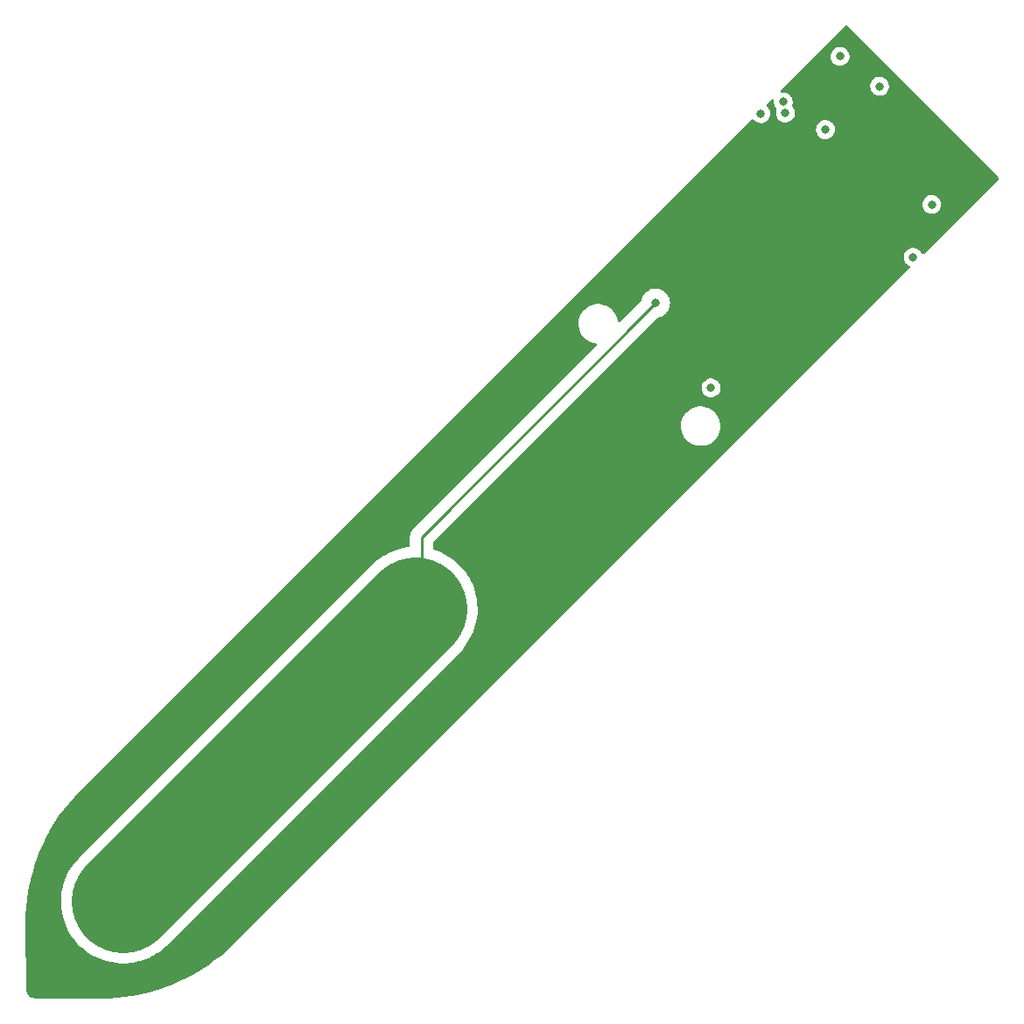
<source format=gbr>
G04 #@! TF.GenerationSoftware,KiCad,Pcbnew,(6.0.9)*
G04 #@! TF.CreationDate,2022-11-30T18:40:26+01:00*
G04 #@! TF.ProjectId,parasite - 45deg,70617261-7369-4746-9520-2d2034356465,1.2.0*
G04 #@! TF.SameCoordinates,Original*
G04 #@! TF.FileFunction,Copper,L3,Inr*
G04 #@! TF.FilePolarity,Positive*
%FSLAX46Y46*%
G04 Gerber Fmt 4.6, Leading zero omitted, Abs format (unit mm)*
G04 Created by KiCad (PCBNEW (6.0.9)) date 2022-11-30 18:40:26*
%MOMM*%
%LPD*%
G01*
G04 APERTURE LIST*
G04 #@! TA.AperFunction,ViaPad*
%ADD10C,0.800000*%
G04 #@! TD*
G04 #@! TA.AperFunction,Conductor*
%ADD11C,0.250000*%
G04 #@! TD*
G04 #@! TA.AperFunction,Conductor*
%ADD12C,10.000000*%
G04 #@! TD*
G04 APERTURE END LIST*
D10*
X97559132Y-61034012D03*
X91884954Y-69253775D03*
X108784806Y-66071794D03*
X110761046Y-46311910D03*
X101890161Y-68510959D03*
X94986174Y-58657223D03*
X102350134Y-63314078D03*
X94491199Y-71738698D03*
X105079770Y-47184061D03*
X93511299Y-64374738D03*
X102350134Y-72506466D03*
X107183766Y-49288058D03*
X117083261Y-59541106D03*
X104620054Y-61026765D03*
X89152543Y-68733494D03*
X101508881Y-49270026D03*
X105592776Y-51957102D03*
X94526555Y-76935933D03*
X114078057Y-64314077D03*
X115875541Y-59187553D03*
X101721082Y-50348718D03*
X110835416Y-47757729D03*
X99344930Y-50409379D03*
X107006989Y-44868640D03*
D11*
X66525126Y-97724872D02*
X64519921Y-99730077D01*
X66525126Y-91360911D02*
X66525126Y-97724872D01*
D12*
X65934135Y-98315864D02*
X37649864Y-126600135D01*
D11*
X89152543Y-68733494D02*
X66525126Y-91360911D01*
G04 #@! TA.AperFunction,Conductor*
G36*
X122370886Y-56634481D02*
G01*
X122365821Y-56705297D01*
X122336861Y-56750359D01*
X115111261Y-63975960D01*
X115048948Y-64009985D01*
X114978132Y-64004920D01*
X114921296Y-63962373D01*
X114904534Y-63932019D01*
X114891995Y-63899354D01*
X114839989Y-63819272D01*
X114791579Y-63744726D01*
X114791575Y-63744722D01*
X114787983Y-63739190D01*
X114652944Y-63604151D01*
X114647412Y-63600559D01*
X114647408Y-63600555D01*
X114572862Y-63552145D01*
X114492780Y-63500139D01*
X114486617Y-63497774D01*
X114486617Y-63497773D01*
X114320652Y-63434065D01*
X114320650Y-63434064D01*
X114314490Y-63431699D01*
X114125867Y-63401825D01*
X113935154Y-63411820D01*
X113750687Y-63461247D01*
X113580527Y-63547948D01*
X113432112Y-63668132D01*
X113311928Y-63816547D01*
X113225228Y-63986707D01*
X113175800Y-64171173D01*
X113165805Y-64361886D01*
X113195680Y-64550509D01*
X113198045Y-64556670D01*
X113198045Y-64556672D01*
X113243268Y-64674481D01*
X113264119Y-64728799D01*
X113316126Y-64808882D01*
X113364536Y-64883428D01*
X113364539Y-64883431D01*
X113368131Y-64888964D01*
X113503170Y-65024003D01*
X113508703Y-65027595D01*
X113508706Y-65027598D01*
X113583252Y-65076008D01*
X113663335Y-65128015D01*
X113696000Y-65140554D01*
X113752427Y-65183639D01*
X113776604Y-65250392D01*
X113760852Y-65319619D01*
X113739940Y-65347280D01*
X48347669Y-130739551D01*
X48332153Y-130752740D01*
X48314591Y-130765373D01*
X48298818Y-130785583D01*
X48285952Y-130799711D01*
X47738971Y-131315696D01*
X47734893Y-131319379D01*
X47139085Y-131834218D01*
X47134848Y-131837720D01*
X46517153Y-132326084D01*
X46512768Y-132329398D01*
X45874356Y-132790365D01*
X45869831Y-132793484D01*
X45214669Y-133224363D01*
X45211922Y-133226169D01*
X45207265Y-133229088D01*
X44531129Y-133632659D01*
X44526349Y-133635373D01*
X43833236Y-134009083D01*
X43828342Y-134011585D01*
X43119606Y-134354705D01*
X43114608Y-134356992D01*
X42392106Y-134668650D01*
X42391568Y-134668882D01*
X42386489Y-134670943D01*
X41652984Y-134950071D01*
X41650532Y-134951004D01*
X41645368Y-134952841D01*
X41099028Y-135133889D01*
X40897875Y-135200547D01*
X40892621Y-135202162D01*
X40135093Y-135417016D01*
X40129774Y-135418401D01*
X39363552Y-135600024D01*
X39358181Y-135601174D01*
X38619321Y-135742596D01*
X38584786Y-135749206D01*
X38579380Y-135750118D01*
X38346374Y-135784260D01*
X37800275Y-135864279D01*
X37794825Y-135864957D01*
X37011407Y-135945037D01*
X37005967Y-135945472D01*
X36264588Y-135988701D01*
X36262952Y-135988795D01*
X36240779Y-135988132D01*
X36232134Y-135987107D01*
X36223213Y-135986050D01*
X36203345Y-135989388D01*
X36182468Y-135991129D01*
X29213950Y-135991129D01*
X29194572Y-135989630D01*
X29170859Y-135985938D01*
X29161958Y-135987102D01*
X29159844Y-135987378D01*
X29131157Y-135987834D01*
X29000237Y-135974940D01*
X28976014Y-135970123D01*
X28829853Y-135925786D01*
X28807042Y-135916337D01*
X28672335Y-135844335D01*
X28651802Y-135830614D01*
X28533738Y-135733721D01*
X28516278Y-135716261D01*
X28419384Y-135598197D01*
X28405664Y-135577664D01*
X28333661Y-135442956D01*
X28324212Y-135420141D01*
X28279876Y-135273987D01*
X28275058Y-135249764D01*
X28275058Y-135249761D01*
X28262829Y-135125601D01*
X28263282Y-135109548D01*
X28262571Y-135109539D01*
X28262681Y-135100557D01*
X28264061Y-135091692D01*
X28262898Y-135082797D01*
X28262898Y-135082791D01*
X28259730Y-135058572D01*
X28258667Y-135042849D01*
X28258634Y-135035812D01*
X28229245Y-129035201D01*
X28224369Y-128039579D01*
X28226656Y-128015057D01*
X28226988Y-128013339D01*
X28228691Y-128004527D01*
X28227852Y-127995590D01*
X28227852Y-127995586D01*
X28226301Y-127979059D01*
X28225964Y-127959922D01*
X28226414Y-127952257D01*
X28269036Y-127223920D01*
X28269874Y-127209604D01*
X28270321Y-127204071D01*
X28350860Y-126421165D01*
X28351549Y-126415658D01*
X28466493Y-125637061D01*
X28467424Y-125631589D01*
X28616548Y-124858799D01*
X28617719Y-124853374D01*
X28659961Y-124676698D01*
X28800733Y-124087912D01*
X28802141Y-124082548D01*
X28838156Y-123956707D01*
X29018693Y-123325882D01*
X29020334Y-123320591D01*
X29068337Y-123177085D01*
X29270006Y-122574181D01*
X29271879Y-122568966D01*
X29554171Y-121834309D01*
X29556275Y-121829173D01*
X29870656Y-121107645D01*
X29872984Y-121102607D01*
X30218835Y-120395633D01*
X30221384Y-120390701D01*
X30466205Y-119941520D01*
X30598065Y-119699594D01*
X30600804Y-119694823D01*
X31004394Y-119026216D01*
X31007532Y-119021016D01*
X31010496Y-119016342D01*
X31445943Y-118361951D01*
X31446505Y-118361106D01*
X31449680Y-118356555D01*
X31914125Y-117721158D01*
X31917498Y-117716750D01*
X32128765Y-117452944D01*
X32409471Y-117102431D01*
X32413022Y-117098192D01*
X32931590Y-116506118D01*
X32935338Y-116502025D01*
X33449616Y-115964574D01*
X33466324Y-115949943D01*
X33473366Y-115944799D01*
X33473371Y-115944794D01*
X33480618Y-115939500D01*
X33489585Y-115927836D01*
X33500015Y-115914266D01*
X33510816Y-115901961D01*
X81112242Y-68300535D01*
X82228331Y-69416624D01*
X82051971Y-69630184D01*
X82049603Y-69634087D01*
X82049600Y-69634092D01*
X81910657Y-69863063D01*
X81908289Y-69866966D01*
X81800292Y-70122010D01*
X81730243Y-70389972D01*
X81699610Y-70665240D01*
X81709035Y-70942047D01*
X81758319Y-71214593D01*
X81803974Y-71350649D01*
X81844979Y-71472843D01*
X81844980Y-71472846D01*
X81846431Y-71477171D01*
X81848494Y-71481245D01*
X81848493Y-71481244D01*
X81969465Y-71720211D01*
X81969468Y-71720216D01*
X81971525Y-71724279D01*
X81974149Y-71728006D01*
X81974149Y-71728007D01*
X82128770Y-71947602D01*
X82128775Y-71947608D01*
X82130980Y-71950739D01*
X82133558Y-71953588D01*
X82188727Y-72014538D01*
X82188733Y-72014544D01*
X82189783Y-72015704D01*
X82312040Y-72137962D01*
X82313761Y-72139449D01*
X82313769Y-72139457D01*
X82404138Y-72217599D01*
X82468186Y-72272981D01*
X82617616Y-72368362D01*
X82697798Y-72419542D01*
X82697801Y-72419544D01*
X82701648Y-72421999D01*
X82869948Y-72497813D01*
X82950012Y-72533879D01*
X82950015Y-72533881D01*
X82954175Y-72535754D01*
X83220480Y-72611865D01*
X83375376Y-72632670D01*
X83440226Y-72661561D01*
X83479163Y-72720929D01*
X83479822Y-72791921D01*
X83447697Y-72846643D01*
X65804017Y-90490323D01*
X65795599Y-90497430D01*
X65795788Y-90497648D01*
X65791251Y-90501564D01*
X65786356Y-90505037D01*
X65782206Y-90509372D01*
X65721245Y-90573053D01*
X65719322Y-90575018D01*
X65691331Y-90603009D01*
X65686510Y-90608849D01*
X65680371Y-90615751D01*
X65637842Y-90660176D01*
X65634590Y-90665213D01*
X65634590Y-90665214D01*
X65619334Y-90688842D01*
X65610636Y-90700727D01*
X65588905Y-90727042D01*
X65586033Y-90732298D01*
X65586028Y-90732306D01*
X65559415Y-90781016D01*
X65554695Y-90788949D01*
X65521344Y-90840601D01*
X65519100Y-90846170D01*
X65508590Y-90872249D01*
X65502304Y-90885547D01*
X65485933Y-90915512D01*
X65484102Y-90921232D01*
X65467187Y-90974076D01*
X65464055Y-90982755D01*
X65441065Y-91039798D01*
X65439917Y-91045682D01*
X65439915Y-91045684D01*
X65434523Y-91073294D01*
X65430862Y-91087555D01*
X65420459Y-91120055D01*
X65419743Y-91126013D01*
X65413123Y-91181117D01*
X65411686Y-91190235D01*
X65400772Y-91246126D01*
X65400771Y-91246132D01*
X65399902Y-91250582D01*
X65399626Y-91256225D01*
X65399626Y-91285932D01*
X65398728Y-91300960D01*
X65394844Y-91333288D01*
X65395267Y-91339271D01*
X65395267Y-91339272D01*
X65399312Y-91396392D01*
X65399626Y-91405292D01*
X65399626Y-92224171D01*
X65379625Y-92292292D01*
X65325969Y-92338785D01*
X65285265Y-92349632D01*
X65142396Y-92362886D01*
X65142370Y-92362889D01*
X65139869Y-92363121D01*
X65137392Y-92363554D01*
X65137384Y-92363555D01*
X64758800Y-92429628D01*
X64665025Y-92445994D01*
X64198355Y-92566683D01*
X64195967Y-92567510D01*
X64195959Y-92567512D01*
X63745263Y-92723579D01*
X63745251Y-92723584D01*
X63742868Y-92724410D01*
X63301498Y-92918158D01*
X62877088Y-93146679D01*
X62874983Y-93148040D01*
X62874975Y-93148046D01*
X62822579Y-93181942D01*
X62472372Y-93408501D01*
X62089957Y-93701938D01*
X62088090Y-93703626D01*
X62088084Y-93703630D01*
X62043406Y-93744001D01*
X61800781Y-93963229D01*
X33318876Y-122445134D01*
X33076447Y-122707851D01*
X32779022Y-123087172D01*
X32777635Y-123089268D01*
X32777627Y-123089278D01*
X32742700Y-123142049D01*
X32512975Y-123489124D01*
X32280022Y-123911119D01*
X32081663Y-124350436D01*
X31919175Y-124804245D01*
X31918523Y-124806661D01*
X31918519Y-124806675D01*
X31850388Y-125059184D01*
X31793607Y-125269626D01*
X31705764Y-125743577D01*
X31656216Y-126223046D01*
X31645280Y-126704946D01*
X31645425Y-126707457D01*
X31645425Y-126707465D01*
X31659290Y-126947916D01*
X31673027Y-127186169D01*
X31739279Y-127663617D01*
X31739823Y-127666072D01*
X31739824Y-127666077D01*
X31843062Y-128131754D01*
X31843064Y-128131761D01*
X31843608Y-128134214D01*
X31985342Y-128594928D01*
X32163569Y-129042791D01*
X32377139Y-129474918D01*
X32378441Y-129477092D01*
X32378441Y-129477094D01*
X32623378Y-129886354D01*
X32623380Y-129886358D01*
X32624677Y-129888524D01*
X32626146Y-129890583D01*
X32626147Y-129890585D01*
X32714686Y-130014712D01*
X32904590Y-130280947D01*
X33215072Y-130649657D01*
X33395923Y-130832412D01*
X33552343Y-130990479D01*
X33552347Y-130990484D01*
X33554124Y-130992278D01*
X33668259Y-131090450D01*
X33917634Y-131304946D01*
X33917640Y-131304951D01*
X33919562Y-131306604D01*
X34309032Y-131590610D01*
X34720023Y-131842466D01*
X34722266Y-131843604D01*
X34722275Y-131843609D01*
X35147640Y-132059409D01*
X35147645Y-132059411D01*
X35149890Y-132060551D01*
X35595862Y-132243457D01*
X36055067Y-132390008D01*
X36475216Y-132487780D01*
X36522080Y-132498686D01*
X36522087Y-132498687D01*
X36524546Y-132499259D01*
X37001273Y-132570507D01*
X37311231Y-132591638D01*
X37479661Y-132603120D01*
X37482180Y-132603292D01*
X37964167Y-132597403D01*
X38444129Y-132552877D01*
X38504525Y-132542337D01*
X38916490Y-132470438D01*
X38918974Y-132470004D01*
X39115225Y-132419250D01*
X39383190Y-132349950D01*
X39383199Y-132349947D01*
X39385643Y-132349315D01*
X39441736Y-132329892D01*
X39838735Y-132192419D01*
X39838747Y-132192414D01*
X39841131Y-132191589D01*
X40263441Y-132006207D01*
X40280176Y-131998862D01*
X40280185Y-131998857D01*
X40282501Y-131997841D01*
X40706910Y-131769319D01*
X40759287Y-131735436D01*
X41109514Y-131508864D01*
X41109522Y-131508859D01*
X41111627Y-131507497D01*
X41494041Y-131214060D01*
X41538723Y-131173687D01*
X41782038Y-130953836D01*
X41782050Y-130953824D01*
X41783217Y-130952769D01*
X70265123Y-102470864D01*
X70507552Y-102208147D01*
X70804977Y-101828826D01*
X70806364Y-101826731D01*
X70806371Y-101826720D01*
X71069624Y-101428987D01*
X71071023Y-101426874D01*
X71303977Y-101004880D01*
X71502336Y-100565563D01*
X71664823Y-100111753D01*
X71665475Y-100109337D01*
X71665479Y-100109323D01*
X71733610Y-99856814D01*
X71790392Y-99646373D01*
X71878234Y-99172422D01*
X71927783Y-98692952D01*
X71938718Y-98211053D01*
X71922129Y-97923329D01*
X71911117Y-97732353D01*
X71911116Y-97732348D01*
X71910971Y-97729830D01*
X71904476Y-97683026D01*
X71845065Y-97254872D01*
X71845065Y-97254870D01*
X71844720Y-97252381D01*
X71832186Y-97195846D01*
X71740937Y-96784245D01*
X71740935Y-96784237D01*
X71740391Y-96781784D01*
X71598656Y-96321071D01*
X71420430Y-95873208D01*
X71206860Y-95441081D01*
X71168857Y-95377582D01*
X70960620Y-95029644D01*
X70960618Y-95029641D01*
X70959321Y-95027474D01*
X70957853Y-95025416D01*
X70957851Y-95025413D01*
X70869312Y-94901287D01*
X70679409Y-94635051D01*
X70368927Y-94266341D01*
X70188075Y-94083586D01*
X70031655Y-93925519D01*
X70031651Y-93925515D01*
X70029875Y-93923720D01*
X69915740Y-93825549D01*
X69666365Y-93611052D01*
X69666358Y-93611047D01*
X69664436Y-93609394D01*
X69274967Y-93325388D01*
X68863975Y-93073532D01*
X68861733Y-93072395D01*
X68861724Y-93072390D01*
X68436358Y-92856589D01*
X68436353Y-92856587D01*
X68434108Y-92855448D01*
X67988137Y-92672541D01*
X67765083Y-92601356D01*
X67738318Y-92592814D01*
X67679504Y-92553048D01*
X67651524Y-92487797D01*
X67650627Y-92472779D01*
X67650627Y-91879300D01*
X67670628Y-91811178D01*
X67687531Y-91790204D01*
X86144721Y-73333014D01*
X92127826Y-79316119D01*
X91951466Y-79529679D01*
X91949098Y-79533581D01*
X91949095Y-79533586D01*
X91810152Y-79762558D01*
X91807784Y-79766461D01*
X91699787Y-80021505D01*
X91629738Y-80289467D01*
X91599105Y-80564735D01*
X91608529Y-80841542D01*
X91657814Y-81114088D01*
X91703469Y-81250144D01*
X91744474Y-81372338D01*
X91744475Y-81372341D01*
X91745926Y-81376666D01*
X91747989Y-81380740D01*
X91747988Y-81380739D01*
X91868960Y-81619706D01*
X91868963Y-81619711D01*
X91871020Y-81623774D01*
X91873644Y-81627501D01*
X91873644Y-81627501D01*
X92028265Y-81847097D01*
X92028270Y-81847103D01*
X92030475Y-81850234D01*
X92033053Y-81853083D01*
X92088222Y-81914033D01*
X92088228Y-81914039D01*
X92089278Y-81915199D01*
X92211535Y-82037457D01*
X92213256Y-82038944D01*
X92213264Y-82038952D01*
X92303633Y-82117094D01*
X92367681Y-82172476D01*
X92517111Y-82267857D01*
X92597292Y-82319037D01*
X92597296Y-82319039D01*
X92601143Y-82321494D01*
X92769443Y-82397308D01*
X92849507Y-82433374D01*
X92849510Y-82433375D01*
X92853670Y-82435249D01*
X93119975Y-82511359D01*
X93394477Y-82548229D01*
X93671426Y-82545088D01*
X93945020Y-82501999D01*
X94209529Y-82419867D01*
X94459411Y-82300412D01*
X94689432Y-82146135D01*
X94826937Y-82021672D01*
X94891382Y-81963340D01*
X94891386Y-81963335D01*
X94894773Y-81960269D01*
X95071132Y-81746709D01*
X95170375Y-81583164D01*
X95212447Y-81513830D01*
X95214815Y-81509927D01*
X95322812Y-81254883D01*
X95392861Y-80986921D01*
X95423494Y-80711653D01*
X95414069Y-80434846D01*
X95364785Y-80162300D01*
X95300345Y-79970267D01*
X95278125Y-79904050D01*
X95278124Y-79904047D01*
X95276673Y-79899722D01*
X95257240Y-79861336D01*
X95153639Y-79656682D01*
X95153635Y-79656677D01*
X95151579Y-79652614D01*
X95148954Y-79648887D01*
X94994334Y-79429291D01*
X94994329Y-79429285D01*
X94992124Y-79426154D01*
X94984019Y-79417199D01*
X94934377Y-79362355D01*
X94934371Y-79362349D01*
X94933321Y-79361189D01*
X94811063Y-79238932D01*
X94809343Y-79237444D01*
X94809335Y-79237436D01*
X94718966Y-79159294D01*
X94654917Y-79103912D01*
X94538187Y-79029403D01*
X94425306Y-78957351D01*
X94425303Y-78957349D01*
X94421456Y-78954894D01*
X94295193Y-78898016D01*
X94173092Y-78843014D01*
X94173089Y-78843013D01*
X94168928Y-78841139D01*
X93902624Y-78765029D01*
X93628122Y-78728159D01*
X93351173Y-78731300D01*
X93077578Y-78774389D01*
X92813070Y-78856521D01*
X92563187Y-78975976D01*
X92333167Y-79130253D01*
X92329784Y-79133315D01*
X92329783Y-79133315D01*
X92192281Y-79257777D01*
X92127826Y-79316119D01*
X86144721Y-73333014D01*
X88534178Y-70943556D01*
X93880610Y-76289988D01*
X93760426Y-76438403D01*
X93673725Y-76608563D01*
X93624298Y-76793029D01*
X93614303Y-76983742D01*
X93644177Y-77172365D01*
X93646542Y-77178526D01*
X93646543Y-77178528D01*
X93710251Y-77344492D01*
X93712617Y-77350655D01*
X93764622Y-77430737D01*
X93813033Y-77505284D01*
X93813037Y-77505287D01*
X93816629Y-77510820D01*
X93951668Y-77645859D01*
X93957200Y-77649451D01*
X93957204Y-77649454D01*
X94031750Y-77697865D01*
X94111832Y-77749871D01*
X94117996Y-77752237D01*
X94283960Y-77815945D01*
X94283962Y-77815946D01*
X94290122Y-77818310D01*
X94478745Y-77848185D01*
X94669458Y-77838190D01*
X94853925Y-77788762D01*
X95024085Y-77702062D01*
X95172500Y-77581878D01*
X95292684Y-77433463D01*
X95379384Y-77263303D01*
X95428812Y-77078836D01*
X95438807Y-76888123D01*
X95408932Y-76699500D01*
X95406568Y-76693340D01*
X95406567Y-76693338D01*
X95342859Y-76527374D01*
X95342858Y-76527373D01*
X95340493Y-76521210D01*
X95288487Y-76441128D01*
X95240076Y-76366582D01*
X95240073Y-76366578D01*
X95236481Y-76361046D01*
X95101442Y-76226007D01*
X95095909Y-76222415D01*
X95095906Y-76222411D01*
X95021359Y-76174000D01*
X94941277Y-76121995D01*
X94935115Y-76119630D01*
X94935114Y-76119629D01*
X94769150Y-76055921D01*
X94769148Y-76055920D01*
X94762987Y-76053555D01*
X94574364Y-76023681D01*
X94383651Y-76033676D01*
X94199185Y-76083103D01*
X94029025Y-76169804D01*
X93880610Y-76289988D01*
X88534178Y-70943556D01*
X89330093Y-70147642D01*
X89398826Y-70112393D01*
X89487412Y-70097886D01*
X89492516Y-70097051D01*
X89710656Y-70023214D01*
X89804809Y-69972941D01*
X89909241Y-69917181D01*
X89909246Y-69917177D01*
X89913806Y-69914743D01*
X90096512Y-69774547D01*
X90146240Y-69727191D01*
X90295194Y-69551552D01*
X90413460Y-69353942D01*
X90497865Y-69139670D01*
X90546139Y-68914491D01*
X90547584Y-68883870D01*
X90556743Y-68689612D01*
X90556743Y-68689610D01*
X90556987Y-68684450D01*
X90556384Y-68679323D01*
X90556384Y-68679318D01*
X90530721Y-68460856D01*
X90530721Y-68460850D01*
X90530118Y-68455726D01*
X90528688Y-68450770D01*
X90528687Y-68450767D01*
X90467687Y-68239427D01*
X90467686Y-68239423D01*
X90466254Y-68234463D01*
X90464030Y-68229801D01*
X90464028Y-68229797D01*
X90369335Y-68031268D01*
X90369333Y-68031264D01*
X90367109Y-68026600D01*
X90364149Y-68022358D01*
X90364147Y-68022355D01*
X90308255Y-67942235D01*
X90235345Y-67837722D01*
X90174964Y-67775847D01*
X90078114Y-67676601D01*
X90078113Y-67676599D01*
X90074503Y-67672900D01*
X89888901Y-67536562D01*
X89683522Y-67432368D01*
X89463885Y-67363117D01*
X89235886Y-67330667D01*
X89005650Y-67335893D01*
X88779358Y-67378651D01*
X88774503Y-67380428D01*
X88774496Y-67380429D01*
X88748234Y-67390040D01*
X88563088Y-67457794D01*
X88362648Y-67571198D01*
X88183421Y-67715815D01*
X88179988Y-67719668D01*
X88179985Y-67719671D01*
X88117033Y-67790327D01*
X88030221Y-67887763D01*
X88027456Y-67892135D01*
X88027453Y-67892140D01*
X87974681Y-67975618D01*
X87907161Y-68082424D01*
X87905153Y-68087179D01*
X87905151Y-68087182D01*
X87866388Y-68178947D01*
X87817548Y-68294570D01*
X87816341Y-68299599D01*
X87816339Y-68299602D01*
X87768274Y-68499807D01*
X87734851Y-68559489D01*
X85722247Y-70572093D01*
X85659934Y-70606119D01*
X85589118Y-70601054D01*
X85532282Y-70558507D01*
X85509161Y-70505419D01*
X85479614Y-70342019D01*
X85465290Y-70262805D01*
X85400850Y-70070772D01*
X85378630Y-70004555D01*
X85378629Y-70004552D01*
X85377178Y-70000227D01*
X85357745Y-69961841D01*
X85254144Y-69757187D01*
X85254141Y-69757183D01*
X85252084Y-69753119D01*
X85249459Y-69749392D01*
X85094839Y-69529796D01*
X85094834Y-69529790D01*
X85092629Y-69526659D01*
X85084524Y-69517704D01*
X85034882Y-69462860D01*
X85034876Y-69462854D01*
X85033826Y-69461694D01*
X84911569Y-69339437D01*
X84909848Y-69337950D01*
X84909840Y-69337941D01*
X84819471Y-69259799D01*
X84755422Y-69204417D01*
X84638692Y-69129908D01*
X84525811Y-69057856D01*
X84525808Y-69057854D01*
X84521961Y-69055399D01*
X84395698Y-68998521D01*
X84273597Y-68943519D01*
X84273594Y-68943518D01*
X84269434Y-68941644D01*
X84003129Y-68865534D01*
X83728627Y-68828664D01*
X83451678Y-68831805D01*
X83178084Y-68874894D01*
X82913575Y-68957026D01*
X82663692Y-69076481D01*
X82433672Y-69230758D01*
X82430289Y-69233820D01*
X82430288Y-69233820D01*
X82292786Y-69358282D01*
X82228331Y-69416624D01*
X81112242Y-68300535D01*
X98444149Y-50968628D01*
X98506461Y-50934602D01*
X98577278Y-50939667D01*
X98631163Y-50978427D01*
X98631410Y-50978732D01*
X98635004Y-50984266D01*
X98770043Y-51119305D01*
X98775576Y-51122897D01*
X98775579Y-51122901D01*
X98850126Y-51171311D01*
X98930208Y-51223317D01*
X98936371Y-51225683D01*
X99102335Y-51289391D01*
X99102338Y-51289392D01*
X99108498Y-51291756D01*
X99297121Y-51321631D01*
X99487834Y-51311636D01*
X99672300Y-51262209D01*
X99842461Y-51175508D01*
X99990875Y-51055324D01*
X100111059Y-50906909D01*
X100197760Y-50736749D01*
X100247187Y-50552283D01*
X100257182Y-50361569D01*
X100227308Y-50172947D01*
X100224943Y-50166786D01*
X100224942Y-50166784D01*
X100161234Y-50000820D01*
X100161233Y-50000819D01*
X100158868Y-49994657D01*
X100106862Y-49914574D01*
X100058452Y-49840028D01*
X100058448Y-49840025D01*
X100054856Y-49834492D01*
X99919817Y-49699453D01*
X99914283Y-49695859D01*
X99913978Y-49695612D01*
X99873627Y-49637197D01*
X99871263Y-49566240D01*
X99904179Y-49508598D01*
X100393650Y-49019127D01*
X100455963Y-48985101D01*
X100526779Y-48990166D01*
X100583615Y-49032713D01*
X100608424Y-49099233D01*
X100607345Y-49124432D01*
X100606624Y-49127123D01*
X100596629Y-49317836D01*
X100615790Y-49438818D01*
X100623633Y-49488332D01*
X100626503Y-49506459D01*
X100628868Y-49512619D01*
X100628869Y-49512621D01*
X100692577Y-49678586D01*
X100694943Y-49684749D01*
X100746949Y-49764831D01*
X100795359Y-49839378D01*
X100795363Y-49839381D01*
X100798955Y-49844913D01*
X100840646Y-49886604D01*
X100874671Y-49948917D01*
X100869301Y-50019290D01*
X100868253Y-50021348D01*
X100818825Y-50205814D01*
X100808830Y-50396527D01*
X100838705Y-50585150D01*
X100841069Y-50591311D01*
X100841070Y-50591313D01*
X100904778Y-50757277D01*
X100907144Y-50763440D01*
X100959150Y-50843523D01*
X101007560Y-50918069D01*
X101007564Y-50918072D01*
X101011156Y-50923605D01*
X101146195Y-51058644D01*
X101151727Y-51062236D01*
X101151731Y-51062239D01*
X101226277Y-51110649D01*
X101306360Y-51162656D01*
X101312523Y-51165022D01*
X101478487Y-51228730D01*
X101478489Y-51228731D01*
X101484650Y-51231095D01*
X101673272Y-51260970D01*
X101863985Y-51250975D01*
X102048452Y-51201547D01*
X102218612Y-51114847D01*
X102367027Y-50994663D01*
X102487211Y-50846248D01*
X102573912Y-50676088D01*
X102623339Y-50491621D01*
X102633334Y-50300908D01*
X102603459Y-50112285D01*
X102601095Y-50106125D01*
X102601094Y-50106123D01*
X102537386Y-49940159D01*
X102537385Y-49940158D01*
X102535020Y-49933995D01*
X102483014Y-49853913D01*
X102434604Y-49779367D01*
X102434600Y-49779363D01*
X102431008Y-49773831D01*
X102389317Y-49732140D01*
X102355292Y-49669827D01*
X102360662Y-49599454D01*
X102361710Y-49597396D01*
X102411138Y-49412930D01*
X102421133Y-49222217D01*
X102391258Y-49033594D01*
X102388893Y-49027434D01*
X102388893Y-49027432D01*
X102325185Y-48861467D01*
X102325184Y-48861467D01*
X102322819Y-48855304D01*
X102270813Y-48775222D01*
X102222402Y-48700675D01*
X102222399Y-48700672D01*
X102218807Y-48695139D01*
X102083768Y-48560100D01*
X102078235Y-48556508D01*
X102078232Y-48556505D01*
X102003685Y-48508094D01*
X101923603Y-48456089D01*
X101917441Y-48453723D01*
X101917440Y-48453723D01*
X101751476Y-48390014D01*
X101751473Y-48390014D01*
X101745313Y-48387649D01*
X101556690Y-48357775D01*
X101365977Y-48367769D01*
X101364801Y-48368084D01*
X101296372Y-48359239D01*
X101242060Y-48313516D01*
X101221089Y-48245687D01*
X101240119Y-48177288D01*
X101257981Y-48154796D01*
X101524226Y-47888551D01*
X104946831Y-51311157D01*
X104826647Y-51459571D01*
X104739946Y-51629732D01*
X104690519Y-51814198D01*
X104690173Y-51820792D01*
X104690173Y-51820793D01*
X104681015Y-51995550D01*
X104680524Y-52004911D01*
X104710399Y-52193534D01*
X104712763Y-52199694D01*
X104712764Y-52199696D01*
X104776472Y-52365661D01*
X104778838Y-52371824D01*
X104830844Y-52451906D01*
X104879254Y-52526453D01*
X104879258Y-52526456D01*
X104882850Y-52531989D01*
X105017889Y-52667028D01*
X105023421Y-52670620D01*
X105023425Y-52670623D01*
X105097972Y-52719034D01*
X105178054Y-52771039D01*
X105184217Y-52773405D01*
X105350181Y-52837114D01*
X105350183Y-52837114D01*
X105356343Y-52839479D01*
X105544966Y-52869353D01*
X105554327Y-52868863D01*
X105729084Y-52859704D01*
X105729086Y-52859704D01*
X105735679Y-52859358D01*
X105920146Y-52809931D01*
X106090306Y-52723230D01*
X106238721Y-52603046D01*
X106358905Y-52454632D01*
X106445605Y-52284471D01*
X106495033Y-52100005D01*
X106505028Y-51909292D01*
X106475153Y-51720669D01*
X106472789Y-51714509D01*
X106472788Y-51714507D01*
X106409080Y-51548542D01*
X106409079Y-51548542D01*
X106406714Y-51542379D01*
X106354708Y-51462296D01*
X106306298Y-51387750D01*
X106306294Y-51387747D01*
X106302702Y-51382214D01*
X106167663Y-51247175D01*
X106162131Y-51243583D01*
X106162127Y-51243580D01*
X106087581Y-51195170D01*
X106007498Y-51143164D01*
X106001336Y-51140798D01*
X106001335Y-51140798D01*
X105835371Y-51077089D01*
X105835369Y-51077089D01*
X105829208Y-51074724D01*
X105640586Y-51044850D01*
X105449872Y-51054845D01*
X105265406Y-51104272D01*
X105095246Y-51190973D01*
X104946831Y-51311157D01*
X101524226Y-47888551D01*
X103050383Y-46362394D01*
X115229596Y-58541608D01*
X115109412Y-58690022D01*
X115022712Y-58860183D01*
X114973284Y-59044649D01*
X114963289Y-59235362D01*
X114993164Y-59423985D01*
X114995528Y-59430145D01*
X114995529Y-59430147D01*
X115059237Y-59596112D01*
X115061603Y-59602275D01*
X115113609Y-59682357D01*
X115162019Y-59756904D01*
X115162023Y-59756907D01*
X115165615Y-59762440D01*
X115300654Y-59897479D01*
X115306187Y-59901071D01*
X115306190Y-59901074D01*
X115380737Y-59949485D01*
X115460819Y-60001490D01*
X115466982Y-60003856D01*
X115632946Y-60067565D01*
X115632948Y-60067565D01*
X115639109Y-60069930D01*
X115827732Y-60099804D01*
X116018445Y-60089810D01*
X116202911Y-60040382D01*
X116373071Y-59953682D01*
X116521486Y-59833497D01*
X116641670Y-59685083D01*
X116728371Y-59514923D01*
X116777798Y-59330456D01*
X116787793Y-59139743D01*
X116757918Y-58951120D01*
X116755554Y-58944960D01*
X116755553Y-58944958D01*
X116691845Y-58778993D01*
X116691844Y-58778993D01*
X116689479Y-58772830D01*
X116637473Y-58692748D01*
X116589063Y-58618202D01*
X116589059Y-58618198D01*
X116585467Y-58612666D01*
X116450428Y-58477627D01*
X116444896Y-58474034D01*
X116444892Y-58474031D01*
X116370346Y-58425621D01*
X116290263Y-58373615D01*
X116284101Y-58371249D01*
X116284100Y-58371249D01*
X116118136Y-58307541D01*
X116118134Y-58307540D01*
X116111974Y-58305175D01*
X115923351Y-58275301D01*
X115732638Y-58285296D01*
X115548171Y-58334723D01*
X115378011Y-58421424D01*
X115229596Y-58541608D01*
X103050383Y-46362394D01*
X105775563Y-43637214D01*
X106361045Y-44222695D01*
X106240861Y-44371110D01*
X106154160Y-44541270D01*
X106104733Y-44725737D01*
X106094738Y-44916450D01*
X106124612Y-45105073D01*
X106126977Y-45111233D01*
X106126977Y-45111235D01*
X106190686Y-45277200D01*
X106193052Y-45283363D01*
X106245058Y-45363445D01*
X106293468Y-45437991D01*
X106293471Y-45437995D01*
X106297063Y-45443527D01*
X106432102Y-45578566D01*
X106437635Y-45582158D01*
X106437638Y-45582162D01*
X106512184Y-45630572D01*
X106592267Y-45682578D01*
X106598430Y-45684944D01*
X106764395Y-45748652D01*
X106764397Y-45748653D01*
X106770557Y-45751018D01*
X106959180Y-45780892D01*
X107149893Y-45770897D01*
X107334359Y-45721470D01*
X107504520Y-45634769D01*
X107652934Y-45514585D01*
X107773118Y-45366171D01*
X107859819Y-45196010D01*
X107909246Y-45011544D01*
X107918210Y-44840523D01*
X110189471Y-47111784D01*
X110069287Y-47260198D01*
X109982586Y-47430359D01*
X109933159Y-47614825D01*
X109923164Y-47805538D01*
X109953038Y-47994161D01*
X109955403Y-48000321D01*
X109955403Y-48000324D01*
X110008566Y-48138815D01*
X110021478Y-48172451D01*
X110073483Y-48252533D01*
X110121894Y-48327080D01*
X110121897Y-48327083D01*
X110125489Y-48332616D01*
X110260529Y-48467655D01*
X110266061Y-48471247D01*
X110266064Y-48471250D01*
X110340611Y-48519661D01*
X110420693Y-48571667D01*
X110454329Y-48584578D01*
X110592821Y-48637741D01*
X110592823Y-48637741D01*
X110598983Y-48640106D01*
X110787606Y-48669981D01*
X110978319Y-48659986D01*
X111162785Y-48610558D01*
X111332946Y-48523858D01*
X111481360Y-48403674D01*
X111601544Y-48255259D01*
X111688245Y-48085099D01*
X111737672Y-47900632D01*
X111747667Y-47709919D01*
X111717793Y-47521296D01*
X111715428Y-47515136D01*
X111715428Y-47515134D01*
X111651719Y-47349169D01*
X111651719Y-47349169D01*
X111649353Y-47343006D01*
X111597347Y-47262924D01*
X111548937Y-47188378D01*
X111548934Y-47188374D01*
X111545342Y-47182842D01*
X111410303Y-47047803D01*
X111404770Y-47044211D01*
X111404767Y-47044207D01*
X111330221Y-46995797D01*
X111250138Y-46943791D01*
X111243975Y-46941426D01*
X111243975Y-46941425D01*
X111078010Y-46877717D01*
X111078008Y-46877716D01*
X111071848Y-46875351D01*
X110883225Y-46845477D01*
X110692512Y-46855472D01*
X110508046Y-46904899D01*
X110337885Y-46991600D01*
X110189471Y-47111784D01*
X107918210Y-44840523D01*
X107919241Y-44820831D01*
X107889367Y-44632208D01*
X107887002Y-44626047D01*
X107887002Y-44626045D01*
X107823293Y-44460081D01*
X107823293Y-44460080D01*
X107820927Y-44453918D01*
X107768922Y-44373836D01*
X107720511Y-44299289D01*
X107720508Y-44299286D01*
X107716916Y-44293753D01*
X107581876Y-44158714D01*
X107576344Y-44155122D01*
X107576341Y-44155119D01*
X107501794Y-44106708D01*
X107421712Y-44054702D01*
X107415549Y-44052337D01*
X107415549Y-44052336D01*
X107249584Y-43988628D01*
X107249582Y-43988628D01*
X107243422Y-43986263D01*
X107054799Y-43956388D01*
X106864086Y-43966383D01*
X106679620Y-44015811D01*
X106509459Y-44102511D01*
X106361045Y-44222695D01*
X105775563Y-43637214D01*
X107499639Y-41913138D01*
X107561952Y-41879112D01*
X107632768Y-41884177D01*
X107677830Y-41913138D01*
X122336861Y-56572168D01*
X122370886Y-56634481D01*
G37*
G04 #@! TD.AperFunction*
M02*

</source>
